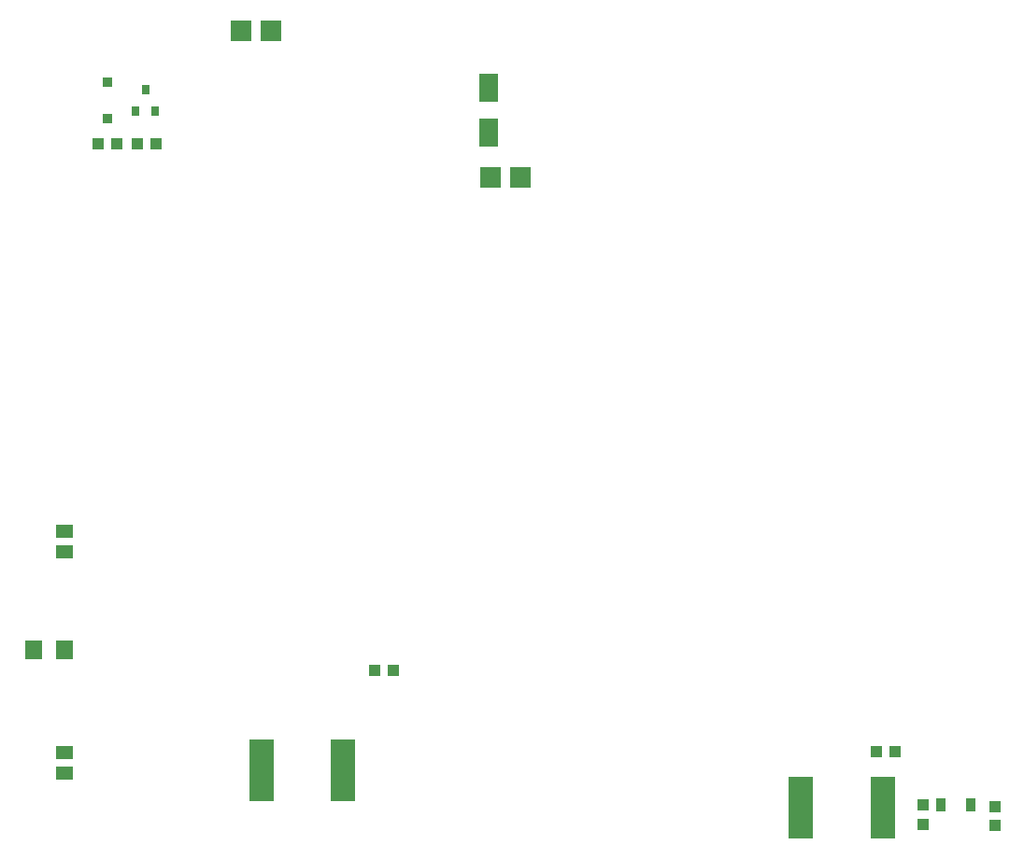
<source format=gbp>
G04*
G04 #@! TF.GenerationSoftware,Altium Limited,Altium Designer,20.0.13 (296)*
G04*
G04 Layer_Color=128*
%FSLAX25Y25*%
%MOIN*%
G70*
G01*
G75*
%ADD14R,0.04300X0.03900*%
%ADD82R,0.04331X0.03937*%
%ADD83R,0.05906X0.05118*%
%ADD84R,0.06299X0.07087*%
%ADD85R,0.07200X0.07500*%
%ADD86R,0.03937X0.04331*%
%ADD87R,0.03543X0.04724*%
%ADD88R,0.09055X0.22047*%
%ADD89R,0.06693X0.09843*%
%ADD90R,0.03150X0.03543*%
%ADD91R,0.03347X0.03347*%
D14*
X782307Y543000D02*
D03*
X789000D02*
D03*
X683653Y731000D02*
D03*
X690346D02*
D03*
X697653D02*
D03*
X704347D02*
D03*
D82*
X967846Y514000D02*
D03*
X961154D02*
D03*
D83*
X671500Y513740D02*
D03*
Y506260D02*
D03*
Y585260D02*
D03*
Y592740D02*
D03*
D84*
X671512Y550500D02*
D03*
X660488D02*
D03*
D85*
X734700Y771500D02*
D03*
X745300D02*
D03*
X834300Y719000D02*
D03*
X823700D02*
D03*
D86*
X1003500Y494347D02*
D03*
Y487653D02*
D03*
X978000Y494846D02*
D03*
Y488154D02*
D03*
D87*
X984185Y495000D02*
D03*
X994815D02*
D03*
D88*
X934366Y494000D02*
D03*
X963500D02*
D03*
X771067Y507500D02*
D03*
X741933D02*
D03*
D89*
X823000Y750874D02*
D03*
Y735126D02*
D03*
D90*
X704043Y742563D02*
D03*
X696957D02*
D03*
X700500Y750437D02*
D03*
D91*
X687000Y753094D02*
D03*
Y739906D02*
D03*
M02*

</source>
